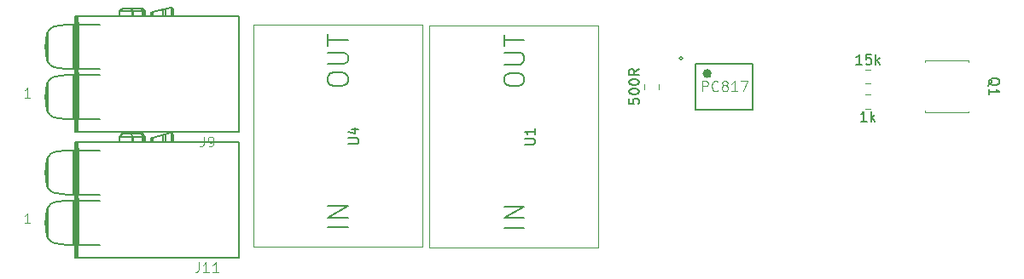
<source format=gbr>
G04 #@! TF.GenerationSoftware,KiCad,Pcbnew,(5.1.5)-3*
G04 #@! TF.CreationDate,2021-02-12T21:05:29+01:00*
G04 #@! TF.ProjectId,Mainboard,4d61696e-626f-4617-9264-2e6b69636164,rev?*
G04 #@! TF.SameCoordinates,Original*
G04 #@! TF.FileFunction,Legend,Top*
G04 #@! TF.FilePolarity,Positive*
%FSLAX46Y46*%
G04 Gerber Fmt 4.6, Leading zero omitted, Abs format (unit mm)*
G04 Created by KiCad (PCBNEW (5.1.5)-3) date 2021-02-12 21:05:29*
%MOMM*%
%LPD*%
G04 APERTURE LIST*
%ADD10C,0.200000*%
%ADD11C,0.010000*%
%ADD12C,0.120000*%
%ADD13C,0.100000*%
%ADD14C,0.015000*%
%ADD15C,0.150000*%
G04 APERTURE END LIST*
D10*
X215900000Y-33200000D02*
X221600000Y-33200000D01*
X221600000Y-33200000D02*
X221600000Y-37800000D01*
X221600000Y-37800000D02*
X215900000Y-37800000D01*
X215900000Y-37800000D02*
X215900000Y-33200000D01*
X217410553Y-34200000D02*
G75*
G03X217410553Y-34200000I-360553J0D01*
G01*
D11*
G36*
X216748640Y-33900000D02*
G01*
X217350000Y-33900000D01*
X217350000Y-34499320D01*
X216748640Y-34499320D01*
X216748640Y-33900000D01*
G37*
X216748640Y-33900000D02*
X217350000Y-33900000D01*
X217350000Y-34499320D01*
X216748640Y-34499320D01*
X216748640Y-33900000D01*
D10*
X214591419Y-32700000D02*
G75*
G03X214591419Y-32700000I-141419J0D01*
G01*
X154600000Y-41000000D02*
X154600000Y-52500000D01*
X154300000Y-50870469D02*
X154650000Y-50702459D01*
X154300000Y-45870470D02*
X154650000Y-45702460D01*
X163069680Y-40298800D02*
X163069680Y-41000000D01*
X163285270Y-40241000D02*
X163285270Y-41000000D01*
X163951760Y-40135500D02*
X163951760Y-41000000D01*
X161899930Y-40612200D02*
X161899930Y-41000000D01*
X154300000Y-51194009D02*
X154650000Y-51000000D01*
X154300000Y-46194010D02*
X154650000Y-46000000D01*
X154300000Y-41498970D02*
X154650000Y-41666990D01*
X154300000Y-41405990D02*
X154650000Y-41600000D01*
X154300000Y-46498970D02*
X154650000Y-46666990D01*
X154300000Y-46405990D02*
X154650000Y-46600000D01*
X154300000Y-41918970D02*
X154650000Y-42086990D01*
X154300000Y-46918970D02*
X154650000Y-47086990D01*
X154300000Y-50601031D02*
X154650000Y-50433009D01*
X154300000Y-45601030D02*
X154650000Y-45433010D01*
X154300000Y-42441800D02*
X154650000Y-42463660D01*
X154300000Y-47441800D02*
X154650000Y-47463660D01*
X160934350Y-40200000D02*
X161037390Y-40500000D01*
X161037390Y-40500000D02*
X161037390Y-41000000D01*
X159940431Y-40200000D02*
X160043469Y-40500000D01*
X160043469Y-40500000D02*
X160043469Y-41000000D01*
X154650000Y-51000000D02*
X154650000Y-49750000D01*
X154650000Y-49750000D02*
X154650000Y-47650000D01*
X154650000Y-47650000D02*
X154650000Y-46600000D01*
X154300000Y-47455990D02*
X154650000Y-47650000D01*
X154650000Y-46000000D02*
X154650000Y-44750000D01*
X154650000Y-44750000D02*
X154650000Y-42650000D01*
X154650000Y-42650000D02*
X154650000Y-41600000D01*
X154300000Y-42455990D02*
X154650000Y-42650000D01*
X154300000Y-49944010D02*
X154650000Y-49750000D01*
X154300000Y-44944010D02*
X154650000Y-44750000D01*
X154300000Y-41000000D02*
X154300000Y-52500000D01*
X154188510Y-41850000D02*
X154188510Y-46250000D01*
X154702740Y-41850000D02*
X154702740Y-46250000D01*
X154188510Y-46850000D02*
X154188510Y-51250000D01*
X154702740Y-46850000D02*
X154702740Y-51250000D01*
X151489300Y-43109230D02*
X151489300Y-44990770D01*
X151489300Y-48109230D02*
X151489300Y-49990770D01*
X154407160Y-41000000D02*
X154407160Y-52500000D01*
X161863760Y-40621900D02*
X162063760Y-40568400D01*
X162063760Y-40568400D02*
X163786230Y-40106800D01*
X163900000Y-40109800D02*
G75*
G03X163786230Y-40106800I-61939J-190173D01*
G01*
X162063760Y-40568400D02*
X162063760Y-41000000D01*
X161863760Y-40621900D02*
X161863760Y-41000000D01*
X164037230Y-40282600D02*
X164100000Y-41000000D01*
X164037230Y-40282600D02*
X164022280Y-40222300D01*
X164022280Y-40222300D02*
X163991160Y-40171400D01*
X163991160Y-40171400D02*
X163936240Y-40125800D01*
X163936240Y-40125800D02*
X163900000Y-40109800D01*
X163900000Y-40109800D02*
X163900000Y-41000000D01*
X159000000Y-40200000D02*
X159005769Y-40200000D01*
X159005769Y-40200000D02*
X159054119Y-40200000D01*
X159054119Y-40200000D02*
X159869200Y-40200000D01*
X159869200Y-40200000D02*
X160963840Y-40200000D01*
X160963840Y-40200000D02*
X161000000Y-40200000D01*
X161300000Y-40500000D02*
X161000000Y-40200000D01*
X158700000Y-40500000D02*
X158708241Y-40500000D01*
X158708241Y-40500000D02*
X158756591Y-40500000D01*
X158756591Y-40500000D02*
X160060709Y-40500000D01*
X160060709Y-40500000D02*
X161155360Y-40500000D01*
X161155360Y-40500000D02*
X161300000Y-40500000D01*
X161300000Y-41000000D02*
X161300000Y-40500000D01*
X159000000Y-40200000D02*
X158700000Y-40500000D01*
X158700000Y-40500000D02*
X158700000Y-41000000D01*
X159005769Y-40200000D02*
X158708241Y-40500000D01*
X158708241Y-40500000D02*
X158708241Y-41000000D01*
X161155360Y-40500000D02*
X161155360Y-41000000D01*
X160963840Y-40200000D02*
X161155360Y-40500000D01*
X160060709Y-40500000D02*
X160060709Y-41000000D01*
X158756591Y-40500000D02*
X158756591Y-41000000D01*
X159869200Y-40200000D02*
X160060709Y-40500000D01*
X159054119Y-40200000D02*
X158756591Y-40500000D01*
X153400000Y-46250000D02*
X156829140Y-46250000D01*
X153400000Y-41850000D02*
X156829140Y-41850000D01*
X153400000Y-46850000D02*
X156829140Y-46850000D01*
X154300000Y-52500000D02*
X170600000Y-52500000D01*
X154300000Y-41000000D02*
X170600000Y-41000000D01*
X170600000Y-41000000D02*
X170600000Y-52500000D01*
X153400000Y-51250000D02*
X156829140Y-51250000D01*
X153400000Y-46850000D02*
G75*
G03X152263380Y-47014890I13J-4000013D01*
G01*
X152263380Y-47014890D02*
G75*
G03X151650010Y-47532720I284158J-958769D01*
G01*
X151650000Y-50567281D02*
G75*
G03X152263380Y-51085116I897537J440946D01*
G01*
X152263380Y-51085109D02*
G75*
G03X153400000Y-51249997I1136625J3835123D01*
G01*
X152263380Y-46085110D02*
G75*
G03X153400000Y-46250000I1136633J3835123D01*
G01*
X153400000Y-41850000D02*
G75*
G03X152263380Y-42014890I13J-4000013D01*
G01*
X152263380Y-42014890D02*
G75*
G03X151650010Y-42532720I284158J-958769D01*
G01*
X151650000Y-45567280D02*
G75*
G03X152263380Y-46085120I897543J440944D01*
G01*
X151584420Y-47704580D02*
X151613070Y-47617620D01*
X151613070Y-47617620D02*
X151650000Y-47532720D01*
X151400000Y-49050000D02*
X151400020Y-49036200D01*
X151400020Y-49036200D02*
X151419050Y-48614010D01*
X151419050Y-48614010D02*
X151442190Y-48401850D01*
X151442190Y-48401850D02*
X151474580Y-48189640D01*
X151474580Y-48189640D02*
X151523180Y-47947000D01*
X151523180Y-47947000D02*
X151584420Y-47704580D01*
X151584420Y-50395419D02*
X151523440Y-50154141D01*
X151523440Y-50154141D02*
X151474580Y-49910360D01*
X151474580Y-49910360D02*
X151442460Y-49700220D01*
X151442460Y-49700220D02*
X151419330Y-49489230D01*
X151419330Y-49489230D02*
X151400020Y-49063800D01*
X151400020Y-49063800D02*
X151400000Y-49050000D01*
X151650000Y-50567281D02*
X151613390Y-50483231D01*
X151613390Y-50483231D02*
X151584420Y-50395419D01*
X151650000Y-47532720D02*
X151650000Y-50567281D01*
X151584420Y-42704580D02*
X151613070Y-42617620D01*
X151613070Y-42617620D02*
X151650000Y-42532720D01*
X151400000Y-44050000D02*
X151400020Y-44036200D01*
X151400020Y-44036200D02*
X151419050Y-43614010D01*
X151419050Y-43614010D02*
X151442190Y-43401850D01*
X151442190Y-43401850D02*
X151474580Y-43189640D01*
X151474580Y-43189640D02*
X151523180Y-42947000D01*
X151523180Y-42947000D02*
X151584420Y-42704580D01*
X151584420Y-45395420D02*
X151523440Y-45154140D01*
X151523440Y-45154140D02*
X151474580Y-44910360D01*
X151474580Y-44910360D02*
X151442460Y-44700220D01*
X151442460Y-44700220D02*
X151419330Y-44489230D01*
X151419330Y-44489230D02*
X151400020Y-44063800D01*
X151400020Y-44063800D02*
X151400000Y-44050000D01*
X151650000Y-45567280D02*
X151613390Y-45483230D01*
X151613390Y-45483230D02*
X151584420Y-45395420D01*
X151650000Y-42532720D02*
X151650000Y-45567280D01*
X154600000Y-28500000D02*
X154600000Y-40000000D01*
X154300000Y-38370469D02*
X154650000Y-38202459D01*
X154300000Y-33370470D02*
X154650000Y-33202460D01*
X163069680Y-27798800D02*
X163069680Y-28500000D01*
X163285270Y-27741000D02*
X163285270Y-28500000D01*
X163951760Y-27635500D02*
X163951760Y-28500000D01*
X161899930Y-28112200D02*
X161899930Y-28500000D01*
X154300000Y-38694009D02*
X154650000Y-38500000D01*
X154300000Y-33694010D02*
X154650000Y-33500000D01*
X154300000Y-28998970D02*
X154650000Y-29166990D01*
X154300000Y-28905990D02*
X154650000Y-29100000D01*
X154300000Y-33998970D02*
X154650000Y-34166990D01*
X154300000Y-33905990D02*
X154650000Y-34100000D01*
X154300000Y-29418970D02*
X154650000Y-29586990D01*
X154300000Y-34418970D02*
X154650000Y-34586990D01*
X154300000Y-38101031D02*
X154650000Y-37933009D01*
X154300000Y-33101030D02*
X154650000Y-32933010D01*
X154300000Y-29941800D02*
X154650000Y-29963660D01*
X154300000Y-34941800D02*
X154650000Y-34963660D01*
X160934350Y-27700000D02*
X161037390Y-28000000D01*
X161037390Y-28000000D02*
X161037390Y-28500000D01*
X159940431Y-27700000D02*
X160043469Y-28000000D01*
X160043469Y-28000000D02*
X160043469Y-28500000D01*
X154650000Y-38500000D02*
X154650000Y-37250000D01*
X154650000Y-37250000D02*
X154650000Y-35150000D01*
X154650000Y-35150000D02*
X154650000Y-34100000D01*
X154300000Y-34955990D02*
X154650000Y-35150000D01*
X154650000Y-33500000D02*
X154650000Y-32250000D01*
X154650000Y-32250000D02*
X154650000Y-30150000D01*
X154650000Y-30150000D02*
X154650000Y-29100000D01*
X154300000Y-29955990D02*
X154650000Y-30150000D01*
X154300000Y-37444010D02*
X154650000Y-37250000D01*
X154300000Y-32444010D02*
X154650000Y-32250000D01*
X154300000Y-28500000D02*
X154300000Y-40000000D01*
X154188510Y-29350000D02*
X154188510Y-33750000D01*
X154702740Y-29350000D02*
X154702740Y-33750000D01*
X154188510Y-34350000D02*
X154188510Y-38750000D01*
X154702740Y-34350000D02*
X154702740Y-38750000D01*
X151489300Y-30609230D02*
X151489300Y-32490770D01*
X151489300Y-35609230D02*
X151489300Y-37490770D01*
X154407160Y-28500000D02*
X154407160Y-40000000D01*
X161863760Y-28121900D02*
X162063760Y-28068400D01*
X162063760Y-28068400D02*
X163786230Y-27606800D01*
X163900000Y-27609800D02*
G75*
G03X163786230Y-27606800I-61939J-190173D01*
G01*
X162063760Y-28068400D02*
X162063760Y-28500000D01*
X161863760Y-28121900D02*
X161863760Y-28500000D01*
X164037230Y-27782600D02*
X164100000Y-28500000D01*
X164037230Y-27782600D02*
X164022280Y-27722300D01*
X164022280Y-27722300D02*
X163991160Y-27671400D01*
X163991160Y-27671400D02*
X163936240Y-27625800D01*
X163936240Y-27625800D02*
X163900000Y-27609800D01*
X163900000Y-27609800D02*
X163900000Y-28500000D01*
X159000000Y-27700000D02*
X159005769Y-27700000D01*
X159005769Y-27700000D02*
X159054119Y-27700000D01*
X159054119Y-27700000D02*
X159869200Y-27700000D01*
X159869200Y-27700000D02*
X160963840Y-27700000D01*
X160963840Y-27700000D02*
X161000000Y-27700000D01*
X161300000Y-28000000D02*
X161000000Y-27700000D01*
X158700000Y-28000000D02*
X158708241Y-28000000D01*
X158708241Y-28000000D02*
X158756591Y-28000000D01*
X158756591Y-28000000D02*
X160060709Y-28000000D01*
X160060709Y-28000000D02*
X161155360Y-28000000D01*
X161155360Y-28000000D02*
X161300000Y-28000000D01*
X161300000Y-28500000D02*
X161300000Y-28000000D01*
X159000000Y-27700000D02*
X158700000Y-28000000D01*
X158700000Y-28000000D02*
X158700000Y-28500000D01*
X159005769Y-27700000D02*
X158708241Y-28000000D01*
X158708241Y-28000000D02*
X158708241Y-28500000D01*
X161155360Y-28000000D02*
X161155360Y-28500000D01*
X160963840Y-27700000D02*
X161155360Y-28000000D01*
X160060709Y-28000000D02*
X160060709Y-28500000D01*
X158756591Y-28000000D02*
X158756591Y-28500000D01*
X159869200Y-27700000D02*
X160060709Y-28000000D01*
X159054119Y-27700000D02*
X158756591Y-28000000D01*
X153400000Y-33750000D02*
X156829140Y-33750000D01*
X153400000Y-29350000D02*
X156829140Y-29350000D01*
X153400000Y-34350000D02*
X156829140Y-34350000D01*
X154300000Y-40000000D02*
X170600000Y-40000000D01*
X154300000Y-28500000D02*
X170600000Y-28500000D01*
X170600000Y-28500000D02*
X170600000Y-40000000D01*
X153400000Y-38750000D02*
X156829140Y-38750000D01*
X153400000Y-34350000D02*
G75*
G03X152263380Y-34514890I13J-4000013D01*
G01*
X152263380Y-34514890D02*
G75*
G03X151650010Y-35032720I284158J-958769D01*
G01*
X151650000Y-38067281D02*
G75*
G03X152263380Y-38585116I897537J440946D01*
G01*
X152263380Y-38585109D02*
G75*
G03X153400000Y-38749997I1136625J3835123D01*
G01*
X152263380Y-33585110D02*
G75*
G03X153400000Y-33750000I1136633J3835123D01*
G01*
X153400000Y-29350000D02*
G75*
G03X152263380Y-29514890I13J-4000013D01*
G01*
X152263380Y-29514890D02*
G75*
G03X151650010Y-30032720I284158J-958769D01*
G01*
X151650000Y-33067280D02*
G75*
G03X152263380Y-33585120I897543J440944D01*
G01*
X151584420Y-35204580D02*
X151613070Y-35117620D01*
X151613070Y-35117620D02*
X151650000Y-35032720D01*
X151400000Y-36550000D02*
X151400020Y-36536200D01*
X151400020Y-36536200D02*
X151419050Y-36114010D01*
X151419050Y-36114010D02*
X151442190Y-35901850D01*
X151442190Y-35901850D02*
X151474580Y-35689640D01*
X151474580Y-35689640D02*
X151523180Y-35447000D01*
X151523180Y-35447000D02*
X151584420Y-35204580D01*
X151584420Y-37895419D02*
X151523440Y-37654141D01*
X151523440Y-37654141D02*
X151474580Y-37410360D01*
X151474580Y-37410360D02*
X151442460Y-37200220D01*
X151442460Y-37200220D02*
X151419330Y-36989230D01*
X151419330Y-36989230D02*
X151400020Y-36563800D01*
X151400020Y-36563800D02*
X151400000Y-36550000D01*
X151650000Y-38067281D02*
X151613390Y-37983231D01*
X151613390Y-37983231D02*
X151584420Y-37895419D01*
X151650000Y-35032720D02*
X151650000Y-38067281D01*
X151584420Y-30204580D02*
X151613070Y-30117620D01*
X151613070Y-30117620D02*
X151650000Y-30032720D01*
X151400000Y-31550000D02*
X151400020Y-31536200D01*
X151400020Y-31536200D02*
X151419050Y-31114010D01*
X151419050Y-31114010D02*
X151442190Y-30901850D01*
X151442190Y-30901850D02*
X151474580Y-30689640D01*
X151474580Y-30689640D02*
X151523180Y-30447000D01*
X151523180Y-30447000D02*
X151584420Y-30204580D01*
X151584420Y-32895420D02*
X151523440Y-32654140D01*
X151523440Y-32654140D02*
X151474580Y-32410360D01*
X151474580Y-32410360D02*
X151442460Y-32200220D01*
X151442460Y-32200220D02*
X151419330Y-31989230D01*
X151419330Y-31989230D02*
X151400020Y-31563800D01*
X151400020Y-31563800D02*
X151400000Y-31550000D01*
X151650000Y-33067280D02*
X151613390Y-32983230D01*
X151613390Y-32983230D02*
X151584420Y-32895420D01*
X151650000Y-30032720D02*
X151650000Y-33067280D01*
D12*
X188764000Y-51454000D02*
X172000000Y-51454000D01*
X188764000Y-29356000D02*
X188764000Y-51454000D01*
X172000000Y-29356000D02*
X188764000Y-29356000D01*
X172000000Y-51454000D02*
X172000000Y-29356000D01*
X206264000Y-51500000D02*
X189500000Y-51500000D01*
X206264000Y-29402000D02*
X206264000Y-51500000D01*
X189500000Y-29402000D02*
X206264000Y-29402000D01*
X189500000Y-51500000D02*
X189500000Y-29402000D01*
X238685000Y-32900000D02*
X238685000Y-33100000D01*
X242985000Y-32900000D02*
X238685000Y-32900000D01*
X242985000Y-33050000D02*
X242985000Y-32900000D01*
X242985000Y-38100000D02*
X242985000Y-37950000D01*
X238685000Y-38100000D02*
X242985000Y-38100000D01*
X238685000Y-37900000D02*
X238685000Y-38100000D01*
X212210000Y-35241422D02*
X212210000Y-35758578D01*
X210790000Y-35241422D02*
X210790000Y-35758578D01*
X233258578Y-33790000D02*
X232741422Y-33790000D01*
X233258578Y-35210000D02*
X232741422Y-35210000D01*
X233258578Y-37710000D02*
X232741422Y-37710000D01*
X233258578Y-36290000D02*
X232741422Y-36290000D01*
D13*
X216558713Y-35952548D02*
X216558713Y-34952178D01*
X216939806Y-34952178D01*
X217035080Y-34999815D01*
X217082716Y-35047451D01*
X217130353Y-35142725D01*
X217130353Y-35285635D01*
X217082716Y-35380908D01*
X217035080Y-35428545D01*
X216939806Y-35476181D01*
X216558713Y-35476181D01*
X218130723Y-35857275D02*
X218083086Y-35904911D01*
X217940176Y-35952548D01*
X217844903Y-35952548D01*
X217701993Y-35904911D01*
X217606720Y-35809638D01*
X217559083Y-35714365D01*
X217511446Y-35523818D01*
X217511446Y-35380908D01*
X217559083Y-35190361D01*
X217606720Y-35095088D01*
X217701993Y-34999815D01*
X217844903Y-34952178D01*
X217940176Y-34952178D01*
X218083086Y-34999815D01*
X218130723Y-35047451D01*
X218702363Y-35380908D02*
X218607090Y-35333271D01*
X218559453Y-35285635D01*
X218511816Y-35190361D01*
X218511816Y-35142725D01*
X218559453Y-35047451D01*
X218607090Y-34999815D01*
X218702363Y-34952178D01*
X218892910Y-34952178D01*
X218988183Y-34999815D01*
X219035820Y-35047451D01*
X219083456Y-35142725D01*
X219083456Y-35190361D01*
X219035820Y-35285635D01*
X218988183Y-35333271D01*
X218892910Y-35380908D01*
X218702363Y-35380908D01*
X218607090Y-35428545D01*
X218559453Y-35476181D01*
X218511816Y-35571455D01*
X218511816Y-35762001D01*
X218559453Y-35857275D01*
X218607090Y-35904911D01*
X218702363Y-35952548D01*
X218892910Y-35952548D01*
X218988183Y-35904911D01*
X219035820Y-35857275D01*
X219083456Y-35762001D01*
X219083456Y-35571455D01*
X219035820Y-35476181D01*
X218988183Y-35428545D01*
X218892910Y-35380908D01*
X220036190Y-35952548D02*
X219464550Y-35952548D01*
X219750370Y-35952548D02*
X219750370Y-34952178D01*
X219655096Y-35095088D01*
X219559823Y-35190361D01*
X219464550Y-35237998D01*
X220369646Y-34952178D02*
X221036560Y-34952178D01*
X220607830Y-35952548D01*
D14*
X166615476Y-52987380D02*
X166615476Y-53701666D01*
X166567857Y-53844523D01*
X166472619Y-53939761D01*
X166329761Y-53987380D01*
X166234523Y-53987380D01*
X167615476Y-53987380D02*
X167044047Y-53987380D01*
X167329761Y-53987380D02*
X167329761Y-52987380D01*
X167234523Y-53130238D01*
X167139285Y-53225476D01*
X167044047Y-53273095D01*
X168567857Y-53987380D02*
X167996428Y-53987380D01*
X168282142Y-53987380D02*
X168282142Y-52987380D01*
X168186904Y-53130238D01*
X168091666Y-53225476D01*
X167996428Y-53273095D01*
X149885714Y-49102380D02*
X149314285Y-49102380D01*
X149600000Y-49102380D02*
X149600000Y-48102380D01*
X149504761Y-48245238D01*
X149409523Y-48340476D01*
X149314285Y-48388095D01*
X167091666Y-40487380D02*
X167091666Y-41201666D01*
X167044047Y-41344523D01*
X166948809Y-41439761D01*
X166805952Y-41487380D01*
X166710714Y-41487380D01*
X167615476Y-41487380D02*
X167805952Y-41487380D01*
X167901190Y-41439761D01*
X167948809Y-41392142D01*
X168044047Y-41249285D01*
X168091666Y-41058809D01*
X168091666Y-40677857D01*
X168044047Y-40582619D01*
X167996428Y-40535000D01*
X167901190Y-40487380D01*
X167710714Y-40487380D01*
X167615476Y-40535000D01*
X167567857Y-40582619D01*
X167520238Y-40677857D01*
X167520238Y-40915952D01*
X167567857Y-41011190D01*
X167615476Y-41058809D01*
X167710714Y-41106428D01*
X167901190Y-41106428D01*
X167996428Y-41058809D01*
X168044047Y-41011190D01*
X168091666Y-40915952D01*
X149885714Y-36602380D02*
X149314285Y-36602380D01*
X149600000Y-36602380D02*
X149600000Y-35602380D01*
X149504761Y-35745238D01*
X149409523Y-35840476D01*
X149314285Y-35888095D01*
D15*
X181452380Y-41215904D02*
X182261904Y-41215904D01*
X182357142Y-41168285D01*
X182404761Y-41120666D01*
X182452380Y-41025428D01*
X182452380Y-40834952D01*
X182404761Y-40739714D01*
X182357142Y-40692095D01*
X182261904Y-40644476D01*
X181452380Y-40644476D01*
X181785714Y-39739714D02*
X182452380Y-39739714D01*
X181404761Y-39977809D02*
X182119047Y-40215904D01*
X182119047Y-39596857D01*
X179404761Y-34954000D02*
X179404761Y-34573047D01*
X179500000Y-34382571D01*
X179690476Y-34192095D01*
X180071428Y-34096857D01*
X180738095Y-34096857D01*
X181119047Y-34192095D01*
X181309523Y-34382571D01*
X181404761Y-34573047D01*
X181404761Y-34954000D01*
X181309523Y-35144476D01*
X181119047Y-35334952D01*
X180738095Y-35430190D01*
X180071428Y-35430190D01*
X179690476Y-35334952D01*
X179500000Y-35144476D01*
X179404761Y-34954000D01*
X179404761Y-33239714D02*
X181023809Y-33239714D01*
X181214285Y-33144476D01*
X181309523Y-33049238D01*
X181404761Y-32858761D01*
X181404761Y-32477809D01*
X181309523Y-32287333D01*
X181214285Y-32192095D01*
X181023809Y-32096857D01*
X179404761Y-32096857D01*
X179404761Y-31430190D02*
X179404761Y-30287333D01*
X181404761Y-30858761D02*
X179404761Y-30858761D01*
X181404761Y-49501619D02*
X179404761Y-49501619D01*
X181404761Y-48549238D02*
X179404761Y-48549238D01*
X181404761Y-47406380D01*
X179404761Y-47406380D01*
X198952380Y-41261904D02*
X199761904Y-41261904D01*
X199857142Y-41214285D01*
X199904761Y-41166666D01*
X199952380Y-41071428D01*
X199952380Y-40880952D01*
X199904761Y-40785714D01*
X199857142Y-40738095D01*
X199761904Y-40690476D01*
X198952380Y-40690476D01*
X199952380Y-39690476D02*
X199952380Y-40261904D01*
X199952380Y-39976190D02*
X198952380Y-39976190D01*
X199095238Y-40071428D01*
X199190476Y-40166666D01*
X199238095Y-40261904D01*
X196904761Y-35000000D02*
X196904761Y-34619047D01*
X197000000Y-34428571D01*
X197190476Y-34238095D01*
X197571428Y-34142857D01*
X198238095Y-34142857D01*
X198619047Y-34238095D01*
X198809523Y-34428571D01*
X198904761Y-34619047D01*
X198904761Y-35000000D01*
X198809523Y-35190476D01*
X198619047Y-35380952D01*
X198238095Y-35476190D01*
X197571428Y-35476190D01*
X197190476Y-35380952D01*
X197000000Y-35190476D01*
X196904761Y-35000000D01*
X196904761Y-33285714D02*
X198523809Y-33285714D01*
X198714285Y-33190476D01*
X198809523Y-33095238D01*
X198904761Y-32904761D01*
X198904761Y-32523809D01*
X198809523Y-32333333D01*
X198714285Y-32238095D01*
X198523809Y-32142857D01*
X196904761Y-32142857D01*
X196904761Y-31476190D02*
X196904761Y-30333333D01*
X198904761Y-30904761D02*
X196904761Y-30904761D01*
X198904761Y-49547619D02*
X196904761Y-49547619D01*
X198904761Y-48595238D02*
X196904761Y-48595238D01*
X198904761Y-47452380D01*
X196904761Y-47452380D01*
X244952380Y-35404761D02*
X245000000Y-35309523D01*
X245095238Y-35214285D01*
X245238095Y-35071428D01*
X245285714Y-34976190D01*
X245285714Y-34880952D01*
X245047619Y-34928571D02*
X245095238Y-34833333D01*
X245190476Y-34738095D01*
X245380952Y-34690476D01*
X245714285Y-34690476D01*
X245904761Y-34738095D01*
X246000000Y-34833333D01*
X246047619Y-34928571D01*
X246047619Y-35119047D01*
X246000000Y-35214285D01*
X245904761Y-35309523D01*
X245714285Y-35357142D01*
X245380952Y-35357142D01*
X245190476Y-35309523D01*
X245095238Y-35214285D01*
X245047619Y-35119047D01*
X245047619Y-34928571D01*
X245047619Y-36309523D02*
X245047619Y-35738095D01*
X245047619Y-36023809D02*
X246047619Y-36023809D01*
X245904761Y-35928571D01*
X245809523Y-35833333D01*
X245761904Y-35738095D01*
X209302380Y-36714285D02*
X209302380Y-37190476D01*
X209778571Y-37238095D01*
X209730952Y-37190476D01*
X209683333Y-37095238D01*
X209683333Y-36857142D01*
X209730952Y-36761904D01*
X209778571Y-36714285D01*
X209873809Y-36666666D01*
X210111904Y-36666666D01*
X210207142Y-36714285D01*
X210254761Y-36761904D01*
X210302380Y-36857142D01*
X210302380Y-37095238D01*
X210254761Y-37190476D01*
X210207142Y-37238095D01*
X209302380Y-36047619D02*
X209302380Y-35952380D01*
X209350000Y-35857142D01*
X209397619Y-35809523D01*
X209492857Y-35761904D01*
X209683333Y-35714285D01*
X209921428Y-35714285D01*
X210111904Y-35761904D01*
X210207142Y-35809523D01*
X210254761Y-35857142D01*
X210302380Y-35952380D01*
X210302380Y-36047619D01*
X210254761Y-36142857D01*
X210207142Y-36190476D01*
X210111904Y-36238095D01*
X209921428Y-36285714D01*
X209683333Y-36285714D01*
X209492857Y-36238095D01*
X209397619Y-36190476D01*
X209350000Y-36142857D01*
X209302380Y-36047619D01*
X209302380Y-35095238D02*
X209302380Y-35000000D01*
X209350000Y-34904761D01*
X209397619Y-34857142D01*
X209492857Y-34809523D01*
X209683333Y-34761904D01*
X209921428Y-34761904D01*
X210111904Y-34809523D01*
X210207142Y-34857142D01*
X210254761Y-34904761D01*
X210302380Y-35000000D01*
X210302380Y-35095238D01*
X210254761Y-35190476D01*
X210207142Y-35238095D01*
X210111904Y-35285714D01*
X209921428Y-35333333D01*
X209683333Y-35333333D01*
X209492857Y-35285714D01*
X209397619Y-35238095D01*
X209350000Y-35190476D01*
X209302380Y-35095238D01*
X210302380Y-33761904D02*
X209826190Y-34095238D01*
X210302380Y-34333333D02*
X209302380Y-34333333D01*
X209302380Y-33952380D01*
X209350000Y-33857142D01*
X209397619Y-33809523D01*
X209492857Y-33761904D01*
X209635714Y-33761904D01*
X209730952Y-33809523D01*
X209778571Y-33857142D01*
X209826190Y-33952380D01*
X209826190Y-34333333D01*
X232404761Y-33302380D02*
X231833333Y-33302380D01*
X232119047Y-33302380D02*
X232119047Y-32302380D01*
X232023809Y-32445238D01*
X231928571Y-32540476D01*
X231833333Y-32588095D01*
X233309523Y-32302380D02*
X232833333Y-32302380D01*
X232785714Y-32778571D01*
X232833333Y-32730952D01*
X232928571Y-32683333D01*
X233166666Y-32683333D01*
X233261904Y-32730952D01*
X233309523Y-32778571D01*
X233357142Y-32873809D01*
X233357142Y-33111904D01*
X233309523Y-33207142D01*
X233261904Y-33254761D01*
X233166666Y-33302380D01*
X232928571Y-33302380D01*
X232833333Y-33254761D01*
X232785714Y-33207142D01*
X233785714Y-33302380D02*
X233785714Y-32302380D01*
X233880952Y-32921428D02*
X234166666Y-33302380D01*
X234166666Y-32635714D02*
X233785714Y-33016666D01*
X232880952Y-38952380D02*
X232309523Y-38952380D01*
X232595238Y-38952380D02*
X232595238Y-37952380D01*
X232500000Y-38095238D01*
X232404761Y-38190476D01*
X232309523Y-38238095D01*
X233309523Y-38952380D02*
X233309523Y-37952380D01*
X233404761Y-38571428D02*
X233690476Y-38952380D01*
X233690476Y-38285714D02*
X233309523Y-38666666D01*
M02*

</source>
